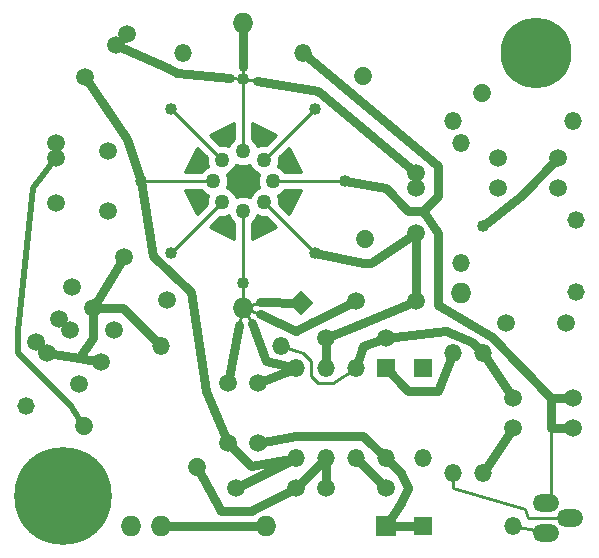
<source format=gbl>
G04 (created by PCBNEW (22-Jun-2014 BZR 4027)-stable) date Thu 15 Feb 2018 05:40:34 PM CST*
%MOIN*%
G04 Gerber Fmt 3.4, Leading zero omitted, Abs format*
%FSLAX34Y34*%
G01*
G70*
G90*
G04 APERTURE LIST*
%ADD10C,0.00590551*%
%ADD11O,0.0885X0.059*%
%ADD12O,0.059X0.059*%
%ADD13C,0.059*%
%ADD14C,0.05*%
%ADD15R,0.059X0.059*%
%ADD16O,0.069X0.069*%
%ADD17C,0.23622*%
%ADD18C,0.059*%
%ADD19R,0.069X0.069*%
%ADD20C,0.325*%
%ADD21O,0.058X0.058*%
%ADD22C,0.04*%
%ADD23C,0.03*%
%ADD24C,0.01*%
%ADD25C,0.02*%
G04 APERTURE END LIST*
G54D10*
G54D11*
X95852Y-43250D03*
X96647Y-43750D03*
X95852Y-44250D03*
G54D12*
X92750Y-38250D03*
X92750Y-42250D03*
X93750Y-42250D03*
X93750Y-38250D03*
X83000Y-38000D03*
X87000Y-38000D03*
X83750Y-28250D03*
X87750Y-28250D03*
G54D13*
X84200Y-42050D02*
X84200Y-42050D01*
X80441Y-40681D02*
X80441Y-40681D01*
G54D14*
X85042Y-31792D03*
X86457Y-31792D03*
X86739Y-32500D03*
X85750Y-31510D03*
X86457Y-33207D03*
X85750Y-33489D03*
X85042Y-33207D03*
X84760Y-32500D03*
G54D15*
X90500Y-38750D03*
G54D12*
X89500Y-38750D03*
X88500Y-38750D03*
X87500Y-38750D03*
X87500Y-41750D03*
X88500Y-41750D03*
X90500Y-41750D03*
X89500Y-41750D03*
G54D16*
X83000Y-44000D03*
X82000Y-44000D03*
G54D17*
X95500Y-28250D03*
G54D18*
X94750Y-40750D03*
X96750Y-40750D03*
X91500Y-36500D03*
X89500Y-36500D03*
X85250Y-41250D03*
X85250Y-39250D03*
X86250Y-41250D03*
X86250Y-39250D03*
X88500Y-42750D03*
X90500Y-42750D03*
X81792Y-35042D03*
X83207Y-36457D03*
X81250Y-31500D03*
X81250Y-33500D03*
X96750Y-39750D03*
X94750Y-39750D03*
X90500Y-37750D03*
X88500Y-37750D03*
X87500Y-42750D03*
X85500Y-42750D03*
G54D16*
X85750Y-36750D03*
G54D19*
X90500Y-44000D03*
G54D16*
X86500Y-44000D03*
G54D15*
X91750Y-38750D03*
G54D12*
X91750Y-41750D03*
G54D10*
G36*
X87689Y-36143D02*
X88106Y-36560D01*
X87689Y-36977D01*
X87272Y-36560D01*
X87689Y-36143D01*
X87689Y-36143D01*
G37*
G54D13*
X89810Y-34439D02*
X89810Y-34439D01*
G54D15*
X91750Y-44000D03*
G54D12*
X94750Y-44000D03*
G54D18*
X81883Y-27616D03*
X80469Y-29030D03*
X81530Y-27969D03*
X79500Y-31250D03*
X79500Y-33250D03*
X79500Y-31750D03*
X91500Y-32250D03*
X91500Y-34250D03*
X91500Y-32750D03*
G54D20*
X79750Y-43000D03*
G54D16*
X85750Y-27250D03*
G54D13*
X89750Y-29000D02*
X89750Y-29000D01*
X93711Y-29556D02*
X93711Y-29556D01*
G54D12*
X96750Y-30500D03*
X92750Y-30500D03*
X93000Y-31250D03*
X93000Y-35250D03*
G54D18*
X94250Y-31750D03*
X96250Y-31750D03*
X96250Y-32750D03*
X94250Y-32750D03*
X96500Y-37250D03*
X94500Y-37250D03*
G54D16*
X93000Y-36250D03*
G54D18*
X79616Y-37116D03*
X81030Y-38530D03*
X79969Y-37469D03*
X78866Y-37866D03*
X80280Y-39280D03*
X79219Y-38219D03*
X80042Y-36042D03*
X81457Y-37457D03*
X80750Y-36750D03*
G54D21*
X96850Y-33800D03*
X96850Y-36200D03*
X78500Y-40000D03*
G54D22*
X89150Y-32500D03*
X82350Y-32500D03*
X83350Y-30100D03*
X88150Y-34900D03*
X88150Y-30100D03*
X83350Y-34900D03*
X85750Y-29100D03*
X93750Y-34000D03*
X85750Y-35900D03*
G54D23*
X89500Y-41000D02*
X89750Y-41000D01*
X87500Y-41000D02*
X89500Y-41000D01*
X86250Y-41250D02*
X87500Y-41000D01*
X89750Y-41000D02*
X90500Y-41750D01*
X90500Y-41750D02*
X91000Y-42250D01*
X91000Y-43250D02*
X90500Y-44000D01*
X91250Y-42750D02*
X91000Y-43250D01*
X91000Y-42250D02*
X91250Y-42750D01*
X90500Y-44000D02*
X91750Y-44000D01*
X96000Y-39750D02*
X94033Y-37717D01*
X92250Y-34250D02*
X92250Y-36642D01*
X92250Y-34250D02*
X91750Y-33500D01*
X94033Y-37717D02*
X92250Y-36642D01*
X96000Y-40750D02*
X96750Y-40750D01*
G54D24*
X96000Y-43250D02*
X96000Y-40750D01*
G54D23*
X96000Y-40750D02*
X96000Y-39750D01*
X96000Y-39750D02*
X96750Y-39750D01*
X91750Y-33500D02*
X92250Y-33000D01*
X92250Y-33000D02*
X92250Y-32000D01*
X92250Y-32000D02*
X87750Y-28250D01*
G54D24*
X86739Y-32500D02*
X89150Y-32500D01*
G54D23*
X89150Y-32500D02*
X90500Y-32750D01*
X91250Y-33500D02*
X91750Y-33500D01*
X90500Y-32750D02*
X91250Y-33500D01*
G54D24*
X89250Y-32500D02*
X89150Y-32500D01*
G54D23*
X82350Y-32500D02*
X81881Y-31085D01*
X81881Y-31085D02*
X80469Y-29030D01*
G54D24*
X84760Y-32500D02*
X82350Y-32500D01*
G54D23*
X84500Y-39500D02*
X85250Y-41250D01*
X82750Y-35000D02*
X84030Y-36217D01*
X84030Y-36217D02*
X84500Y-39500D01*
X82350Y-32500D02*
X82750Y-35000D01*
X87500Y-41750D02*
X86000Y-42000D01*
X86000Y-42000D02*
X85250Y-41250D01*
X87500Y-41750D02*
X85500Y-42750D01*
X90500Y-42750D02*
X89500Y-41750D01*
X93750Y-42250D02*
X94750Y-40750D01*
X90500Y-38750D02*
X91250Y-39500D01*
X92250Y-39500D02*
X92750Y-38250D01*
X91250Y-39500D02*
X92250Y-39500D01*
G54D24*
X94750Y-44000D02*
X96000Y-44250D01*
X95250Y-43750D02*
X95150Y-43450D01*
X95150Y-43450D02*
X92750Y-42750D01*
X96500Y-43750D02*
X95250Y-43750D01*
X92750Y-42750D02*
X92750Y-42250D01*
G54D23*
X90500Y-37750D02*
X92500Y-37500D01*
X93375Y-37875D02*
X93750Y-38250D01*
X92500Y-37500D02*
X93375Y-37875D01*
X93750Y-38250D02*
X94750Y-39750D01*
G54D24*
X87000Y-38000D02*
X87750Y-38250D01*
X88750Y-39250D02*
X89500Y-38750D01*
X88250Y-39250D02*
X88750Y-39250D01*
X88000Y-39000D02*
X88250Y-39250D01*
X88000Y-38500D02*
X88000Y-39000D01*
X87750Y-38250D02*
X88000Y-38500D01*
G54D23*
X89500Y-38750D02*
X89750Y-38000D01*
X89750Y-38000D02*
X90500Y-37750D01*
X83000Y-44000D02*
X86500Y-44000D01*
X86500Y-44000D02*
X86500Y-44000D01*
G54D25*
X80450Y-40700D02*
X80000Y-40000D01*
X78750Y-32750D02*
X79500Y-31750D01*
X78250Y-37500D02*
X78750Y-32750D01*
X78250Y-38250D02*
X78250Y-37500D01*
X80000Y-40000D02*
X78250Y-38250D01*
G54D24*
X85042Y-31792D02*
X83350Y-30100D01*
X83350Y-30100D02*
X83400Y-30100D01*
G54D23*
X79500Y-31750D02*
X79500Y-31250D01*
G54D24*
X86457Y-33207D02*
X88150Y-34900D01*
G54D23*
X91500Y-34250D02*
X91500Y-36500D01*
X88150Y-34900D02*
X89750Y-35250D01*
X90000Y-35250D02*
X91500Y-34250D01*
X89750Y-35250D02*
X90000Y-35250D01*
X88500Y-37750D02*
X89750Y-37250D01*
X89750Y-37250D02*
X91500Y-36500D01*
X88500Y-38750D02*
X88500Y-37750D01*
G54D24*
X88150Y-34900D02*
X88250Y-35000D01*
X86457Y-31792D02*
X88150Y-30100D01*
G54D23*
X84200Y-42050D02*
X85000Y-43500D01*
X86000Y-43500D02*
X87500Y-42750D01*
X85000Y-43500D02*
X86000Y-43500D01*
X88500Y-41750D02*
X87500Y-42750D01*
X88500Y-41750D02*
X88500Y-42750D01*
X80267Y-38399D02*
X80750Y-37750D01*
X80750Y-37750D02*
X80750Y-36750D01*
X78866Y-37866D02*
X79219Y-38219D01*
X79219Y-38219D02*
X80267Y-38399D01*
X80267Y-38399D02*
X81030Y-38530D01*
X80750Y-36750D02*
X81750Y-36750D01*
X81750Y-36750D02*
X83000Y-38000D01*
X81792Y-35042D02*
X80750Y-36750D01*
G54D24*
X83350Y-34900D02*
X85042Y-33207D01*
X85750Y-29100D02*
X85300Y-29077D01*
G54D23*
X85300Y-29077D02*
X83550Y-28900D01*
X83550Y-28900D02*
X83250Y-28750D01*
X83250Y-28750D02*
X81530Y-27969D01*
X81530Y-27969D02*
X81883Y-27616D01*
G54D24*
X85750Y-29100D02*
X85750Y-28700D01*
G54D23*
X85750Y-28700D02*
X85750Y-27250D01*
X91500Y-32250D02*
X91500Y-32750D01*
G54D24*
X85750Y-29100D02*
X86200Y-29172D01*
G54D23*
X86200Y-29172D02*
X88250Y-29500D01*
X88250Y-29500D02*
X91500Y-32250D01*
G54D24*
X85750Y-31510D02*
X85750Y-29100D01*
G54D23*
X95000Y-33000D02*
X96250Y-31750D01*
X95000Y-33000D02*
X93750Y-34000D01*
X93750Y-34000D02*
X93750Y-34000D01*
G54D24*
X85750Y-36750D02*
X85750Y-35900D01*
X85750Y-35900D02*
X85750Y-33489D01*
X85750Y-36750D02*
X86300Y-36950D01*
G54D23*
X86300Y-36950D02*
X87500Y-37500D01*
X87500Y-37500D02*
X88000Y-37250D01*
X88000Y-37250D02*
X89500Y-36500D01*
G54D24*
X85750Y-36750D02*
X86050Y-37250D01*
G54D23*
X86050Y-37250D02*
X86500Y-38500D01*
X86500Y-38500D02*
X87500Y-38750D01*
G54D24*
X85750Y-36750D02*
X86300Y-36550D01*
G54D23*
X86300Y-36550D02*
X87689Y-36560D01*
X85250Y-39250D02*
X85600Y-37300D01*
G54D24*
X85600Y-37300D02*
X85750Y-36750D01*
G54D23*
X86250Y-39250D02*
X86250Y-39250D01*
X86250Y-39250D02*
X87500Y-38750D01*
G54D24*
X86250Y-39250D02*
X87500Y-38750D01*
G54D10*
G36*
X84598Y-32025D02*
X84477Y-32075D01*
X84352Y-32200D01*
X83830Y-32200D01*
X84229Y-31403D01*
X84542Y-31717D01*
X84542Y-31891D01*
X84598Y-32025D01*
X84598Y-32025D01*
G37*
G54D24*
X84598Y-32025D02*
X84477Y-32075D01*
X84352Y-32200D01*
X83830Y-32200D01*
X84229Y-31403D01*
X84542Y-31717D01*
X84542Y-31891D01*
X84598Y-32025D01*
G54D10*
G36*
X84598Y-32974D02*
X84542Y-33107D01*
X84542Y-33282D01*
X84229Y-33596D01*
X83830Y-32800D01*
X84353Y-32800D01*
X84476Y-32923D01*
X84598Y-32974D01*
X84598Y-32974D01*
G37*
G54D24*
X84598Y-32974D02*
X84542Y-33107D01*
X84542Y-33282D01*
X84229Y-33596D01*
X83830Y-32800D01*
X84353Y-32800D01*
X84476Y-32923D01*
X84598Y-32974D01*
G54D10*
G36*
X85450Y-31103D02*
X85326Y-31226D01*
X85275Y-31348D01*
X85142Y-31292D01*
X84967Y-31292D01*
X84653Y-30979D01*
X85450Y-30580D01*
X85450Y-31103D01*
X85450Y-31103D01*
G37*
G54D24*
X85450Y-31103D02*
X85326Y-31226D01*
X85275Y-31348D01*
X85142Y-31292D01*
X84967Y-31292D01*
X84653Y-30979D01*
X85450Y-30580D01*
X85450Y-31103D01*
G54D10*
G36*
X85450Y-34419D02*
X84653Y-34020D01*
X84967Y-33707D01*
X85141Y-33707D01*
X85275Y-33651D01*
X85325Y-33772D01*
X85450Y-33897D01*
X85450Y-34419D01*
X85450Y-34419D01*
G37*
G54D24*
X85450Y-34419D02*
X84653Y-34020D01*
X84967Y-33707D01*
X85141Y-33707D01*
X85275Y-33651D01*
X85325Y-33772D01*
X85450Y-33897D01*
X85450Y-34419D01*
G54D10*
G36*
X86295Y-32267D02*
X86240Y-32400D01*
X86239Y-32599D01*
X86295Y-32732D01*
X86174Y-32782D01*
X86033Y-32923D01*
X85982Y-33045D01*
X85849Y-32990D01*
X85650Y-32989D01*
X85517Y-33045D01*
X85467Y-32924D01*
X85326Y-32783D01*
X85204Y-32732D01*
X85259Y-32599D01*
X85260Y-32400D01*
X85204Y-32267D01*
X85325Y-32217D01*
X85466Y-32076D01*
X85517Y-31954D01*
X85650Y-32009D01*
X85849Y-32010D01*
X85982Y-31954D01*
X86032Y-32075D01*
X86173Y-32216D01*
X86295Y-32267D01*
X86295Y-32267D01*
G37*
G54D24*
X86295Y-32267D02*
X86240Y-32400D01*
X86239Y-32599D01*
X86295Y-32732D01*
X86174Y-32782D01*
X86033Y-32923D01*
X85982Y-33045D01*
X85849Y-32990D01*
X85650Y-32989D01*
X85517Y-33045D01*
X85467Y-32924D01*
X85326Y-32783D01*
X85204Y-32732D01*
X85259Y-32599D01*
X85260Y-32400D01*
X85204Y-32267D01*
X85325Y-32217D01*
X85466Y-32076D01*
X85517Y-31954D01*
X85650Y-32009D01*
X85849Y-32010D01*
X85982Y-31954D01*
X86032Y-32075D01*
X86173Y-32216D01*
X86295Y-32267D01*
G54D10*
G36*
X86846Y-30979D02*
X86532Y-31292D01*
X86358Y-31292D01*
X86224Y-31348D01*
X86174Y-31227D01*
X86050Y-31102D01*
X86050Y-30580D01*
X86846Y-30979D01*
X86846Y-30979D01*
G37*
G54D24*
X86846Y-30979D02*
X86532Y-31292D01*
X86358Y-31292D01*
X86224Y-31348D01*
X86174Y-31227D01*
X86050Y-31102D01*
X86050Y-30580D01*
X86846Y-30979D01*
G54D10*
G36*
X86846Y-34020D02*
X86050Y-34419D01*
X86050Y-33896D01*
X86173Y-33773D01*
X86224Y-33651D01*
X86357Y-33707D01*
X86532Y-33707D01*
X86846Y-34020D01*
X86846Y-34020D01*
G37*
G54D24*
X86846Y-34020D02*
X86050Y-34419D01*
X86050Y-33896D01*
X86173Y-33773D01*
X86224Y-33651D01*
X86357Y-33707D01*
X86532Y-33707D01*
X86846Y-34020D01*
G54D10*
G36*
X87669Y-32200D02*
X87146Y-32200D01*
X87023Y-32076D01*
X86901Y-32025D01*
X86957Y-31892D01*
X86957Y-31717D01*
X87270Y-31403D01*
X87669Y-32200D01*
X87669Y-32200D01*
G37*
G54D24*
X87669Y-32200D02*
X87146Y-32200D01*
X87023Y-32076D01*
X86901Y-32025D01*
X86957Y-31892D01*
X86957Y-31717D01*
X87270Y-31403D01*
X87669Y-32200D01*
G54D10*
G36*
X87669Y-32800D02*
X87270Y-33596D01*
X86957Y-33282D01*
X86957Y-33108D01*
X86901Y-32974D01*
X87022Y-32924D01*
X87147Y-32800D01*
X87669Y-32800D01*
X87669Y-32800D01*
G37*
G54D24*
X87669Y-32800D02*
X87270Y-33596D01*
X86957Y-33282D01*
X86957Y-33108D01*
X86901Y-32974D01*
X87022Y-32924D01*
X87147Y-32800D01*
X87669Y-32800D01*
M02*

</source>
